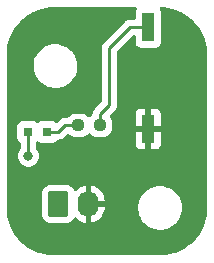
<source format=gbr>
%TF.GenerationSoftware,KiCad,Pcbnew,7.0.7*%
%TF.CreationDate,2023-09-06T19:49:04-05:00*%
%TF.ProjectId,prog1,70726f67-312e-46b6-9963-61645f706362,1.0*%
%TF.SameCoordinates,Original*%
%TF.FileFunction,Copper,L1,Top*%
%TF.FilePolarity,Positive*%
%FSLAX46Y46*%
G04 Gerber Fmt 4.6, Leading zero omitted, Abs format (unit mm)*
G04 Created by KiCad (PCBNEW 7.0.7) date 2023-09-06 19:49:04*
%MOMM*%
%LPD*%
G01*
G04 APERTURE LIST*
G04 Aperture macros list*
%AMRoundRect*
0 Rectangle with rounded corners*
0 $1 Rounding radius*
0 $2 $3 $4 $5 $6 $7 $8 $9 X,Y pos of 4 corners*
0 Add a 4 corners polygon primitive as box body*
4,1,4,$2,$3,$4,$5,$6,$7,$8,$9,$2,$3,0*
0 Add four circle primitives for the rounded corners*
1,1,$1+$1,$2,$3*
1,1,$1+$1,$4,$5*
1,1,$1+$1,$6,$7*
1,1,$1+$1,$8,$9*
0 Add four rect primitives between the rounded corners*
20,1,$1+$1,$2,$3,$4,$5,0*
20,1,$1+$1,$4,$5,$6,$7,0*
20,1,$1+$1,$6,$7,$8,$9,0*
20,1,$1+$1,$8,$9,$2,$3,0*%
G04 Aperture macros list end*
%TA.AperFunction,SMDPad,CuDef*%
%ADD10R,1.120000X2.440000*%
%TD*%
%TA.AperFunction,SMDPad,CuDef*%
%ADD11RoundRect,0.237500X0.250000X0.237500X-0.250000X0.237500X-0.250000X-0.237500X0.250000X-0.237500X0*%
%TD*%
%TA.AperFunction,ComponentPad*%
%ADD12O,1.740000X2.190000*%
%TD*%
%TA.AperFunction,ComponentPad*%
%ADD13RoundRect,0.250000X-0.620000X-0.845000X0.620000X-0.845000X0.620000X0.845000X-0.620000X0.845000X0*%
%TD*%
%TA.AperFunction,SMDPad,CuDef*%
%ADD14R,0.800000X0.800000*%
%TD*%
%TA.AperFunction,ViaPad*%
%ADD15C,0.800000*%
%TD*%
%TA.AperFunction,Conductor*%
%ADD16C,0.250000*%
%TD*%
G04 APERTURE END LIST*
D10*
%TO.P,SW1,1,1*%
%TO.N,+3V3*%
X112000000Y-99305000D03*
%TO.P,SW1,2,2*%
%TO.N,Net-(R1-Pad1)*%
X112000000Y-90695000D03*
%TD*%
D11*
%TO.P,R1,2*%
%TO.N,Net-(D1-A)*%
X106087500Y-99000000D03*
%TO.P,R1,1*%
%TO.N,Net-(R1-Pad1)*%
X107912500Y-99000000D03*
%TD*%
D12*
%TO.P,J1,2,Pin_2*%
%TO.N,+3V3*%
X106934000Y-105664000D03*
D13*
%TO.P,J1,1,Pin_1*%
%TO.N,GND*%
X104394000Y-105664000D03*
%TD*%
D14*
%TO.P,D1,1,K*%
%TO.N,GND*%
X101816000Y-99568000D03*
%TO.P,D1,2,A*%
%TO.N,Net-(D1-A)*%
X103416000Y-99568000D03*
%TD*%
D15*
%TO.N,GND*%
X101854000Y-101600000D03*
%TD*%
D16*
%TO.N,GND*%
X101816000Y-99568000D02*
X101816000Y-101562000D01*
X101816000Y-101562000D02*
X101854000Y-101600000D01*
%TO.N,Net-(D1-A)*%
X106087500Y-99000000D02*
X104962000Y-99000000D01*
X104962000Y-99000000D02*
X104394000Y-99568000D01*
X104394000Y-99568000D02*
X103416000Y-99568000D01*
%TO.N,Net-(R1-Pad1)*%
X112000000Y-90695000D02*
X110473000Y-90695000D01*
X110473000Y-90695000D02*
X108712000Y-92456000D01*
X108712000Y-92456000D02*
X108712000Y-97282000D01*
X108712000Y-97282000D02*
X107912500Y-98081500D01*
X107912500Y-98081500D02*
X107912500Y-99000000D01*
%TD*%
%TA.AperFunction,Conductor*%
%TO.N,+3V3*%
G36*
X110979330Y-89020185D02*
G01*
X111025085Y-89072989D01*
X111035029Y-89142147D01*
X111011557Y-89198811D01*
X110989112Y-89228792D01*
X110989111Y-89228793D01*
X110938011Y-89365795D01*
X110938011Y-89365797D01*
X110931500Y-89426345D01*
X110931500Y-89937500D01*
X110911815Y-90004539D01*
X110859011Y-90050294D01*
X110807500Y-90061500D01*
X110556634Y-90061500D01*
X110540886Y-90059761D01*
X110540861Y-90060032D01*
X110533094Y-90059298D01*
X110533091Y-90059298D01*
X110463042Y-90061500D01*
X110433137Y-90061500D01*
X110426143Y-90062384D01*
X110420320Y-90062842D01*
X110373112Y-90064326D01*
X110373109Y-90064327D01*
X110353506Y-90070022D01*
X110334458Y-90073966D01*
X110314203Y-90076526D01*
X110298347Y-90082803D01*
X110270285Y-90093913D01*
X110264759Y-90095805D01*
X110219407Y-90108981D01*
X110201833Y-90119374D01*
X110184372Y-90127928D01*
X110165386Y-90135446D01*
X110165384Y-90135447D01*
X110127172Y-90163208D01*
X110122290Y-90166415D01*
X110081637Y-90190457D01*
X110067201Y-90204894D01*
X110052415Y-90217523D01*
X110035893Y-90229528D01*
X110035891Y-90229529D01*
X110035891Y-90229530D01*
X110035888Y-90229532D01*
X110005780Y-90265925D01*
X110001849Y-90270246D01*
X108323179Y-91948914D01*
X108310820Y-91958818D01*
X108310993Y-91959027D01*
X108304983Y-91963999D01*
X108257015Y-92015079D01*
X108235872Y-92036222D01*
X108235857Y-92036239D01*
X108231531Y-92041814D01*
X108227747Y-92046244D01*
X108195419Y-92080671D01*
X108195412Y-92080681D01*
X108185579Y-92098567D01*
X108174903Y-92114820D01*
X108162386Y-92130957D01*
X108162385Y-92130959D01*
X108143625Y-92174310D01*
X108141055Y-92179556D01*
X108118303Y-92220941D01*
X108118303Y-92220942D01*
X108113225Y-92240720D01*
X108106925Y-92259122D01*
X108098818Y-92277857D01*
X108091431Y-92324495D01*
X108090246Y-92330216D01*
X108078500Y-92375965D01*
X108078500Y-92396384D01*
X108076973Y-92415783D01*
X108073780Y-92435941D01*
X108073780Y-92435942D01*
X108078225Y-92482966D01*
X108078500Y-92488804D01*
X108078500Y-96968232D01*
X108058815Y-97035271D01*
X108042181Y-97055913D01*
X107523682Y-97574412D01*
X107511320Y-97584316D01*
X107511494Y-97584526D01*
X107505485Y-97589497D01*
X107457515Y-97640579D01*
X107436372Y-97661722D01*
X107436357Y-97661739D01*
X107432031Y-97667314D01*
X107428247Y-97671744D01*
X107395919Y-97706171D01*
X107395912Y-97706181D01*
X107386079Y-97724067D01*
X107375403Y-97740320D01*
X107362886Y-97756457D01*
X107362885Y-97756459D01*
X107344125Y-97799810D01*
X107341555Y-97805056D01*
X107318803Y-97846441D01*
X107318803Y-97846442D01*
X107313725Y-97866220D01*
X107307425Y-97884622D01*
X107299318Y-97903357D01*
X107291931Y-97949995D01*
X107290746Y-97955716D01*
X107279000Y-98001465D01*
X107279000Y-98021884D01*
X107277473Y-98041283D01*
X107273059Y-98069150D01*
X107271434Y-98068892D01*
X107252534Y-98126483D01*
X107215486Y-98161725D01*
X107196653Y-98173342D01*
X107087680Y-98282315D01*
X107026357Y-98315799D01*
X106956665Y-98310815D01*
X106912318Y-98282314D01*
X106803346Y-98173342D01*
X106803342Y-98173339D01*
X106654928Y-98081795D01*
X106654922Y-98081792D01*
X106654920Y-98081791D01*
X106615993Y-98068892D01*
X106489382Y-98026938D01*
X106387214Y-98016500D01*
X105787794Y-98016500D01*
X105787778Y-98016501D01*
X105685617Y-98026938D01*
X105520082Y-98081790D01*
X105520071Y-98081795D01*
X105371657Y-98173339D01*
X105371653Y-98173342D01*
X105248341Y-98296654D01*
X105241593Y-98307596D01*
X105189646Y-98354321D01*
X105136054Y-98366500D01*
X105045634Y-98366500D01*
X105029886Y-98364761D01*
X105029861Y-98365032D01*
X105022094Y-98364298D01*
X105022091Y-98364298D01*
X104952042Y-98366500D01*
X104922137Y-98366500D01*
X104915143Y-98367384D01*
X104909320Y-98367842D01*
X104862111Y-98369326D01*
X104862108Y-98369327D01*
X104842505Y-98375022D01*
X104823459Y-98378966D01*
X104803203Y-98381526D01*
X104803201Y-98381526D01*
X104803199Y-98381527D01*
X104759282Y-98398914D01*
X104753756Y-98400806D01*
X104708406Y-98413982D01*
X104690833Y-98424374D01*
X104673370Y-98432929D01*
X104654385Y-98440446D01*
X104654383Y-98440447D01*
X104616179Y-98468204D01*
X104611296Y-98471412D01*
X104570637Y-98495458D01*
X104556196Y-98509898D01*
X104541408Y-98522527D01*
X104524897Y-98534523D01*
X104524892Y-98534528D01*
X104494790Y-98570914D01*
X104490858Y-98575236D01*
X104302185Y-98763908D01*
X104240862Y-98797393D01*
X104171170Y-98792409D01*
X104140193Y-98775493D01*
X104062207Y-98717112D01*
X104062206Y-98717111D01*
X103925203Y-98666011D01*
X103864654Y-98659500D01*
X103864638Y-98659500D01*
X102967362Y-98659500D01*
X102967345Y-98659500D01*
X102906797Y-98666011D01*
X102906795Y-98666011D01*
X102769795Y-98717111D01*
X102690311Y-98776613D01*
X102624846Y-98801030D01*
X102556573Y-98786178D01*
X102541689Y-98776613D01*
X102462204Y-98717111D01*
X102325203Y-98666011D01*
X102264654Y-98659500D01*
X102264638Y-98659500D01*
X101367362Y-98659500D01*
X101367345Y-98659500D01*
X101306797Y-98666011D01*
X101306795Y-98666011D01*
X101169795Y-98717111D01*
X101052739Y-98804739D01*
X100965111Y-98921795D01*
X100914011Y-99058795D01*
X100914011Y-99058797D01*
X100907500Y-99119345D01*
X100907500Y-100016654D01*
X100914011Y-100077202D01*
X100914011Y-100077204D01*
X100960373Y-100201500D01*
X100965111Y-100214204D01*
X101052739Y-100331261D01*
X101132810Y-100391202D01*
X101174682Y-100447134D01*
X101182500Y-100490468D01*
X101182500Y-100940446D01*
X101162815Y-101007485D01*
X101150650Y-101023418D01*
X101114959Y-101063057D01*
X101019473Y-101228443D01*
X101019470Y-101228450D01*
X100960459Y-101410068D01*
X100960458Y-101410072D01*
X100940496Y-101600000D01*
X100960458Y-101789928D01*
X100960459Y-101789931D01*
X101019470Y-101971549D01*
X101019473Y-101971556D01*
X101114960Y-102136944D01*
X101242747Y-102278866D01*
X101397248Y-102391118D01*
X101571712Y-102468794D01*
X101758513Y-102508500D01*
X101949487Y-102508500D01*
X102136288Y-102468794D01*
X102310752Y-102391118D01*
X102465253Y-102278866D01*
X102593040Y-102136944D01*
X102688527Y-101971556D01*
X102747542Y-101789928D01*
X102767504Y-101600000D01*
X102747542Y-101410072D01*
X102688527Y-101228444D01*
X102593040Y-101063056D01*
X102507770Y-100968354D01*
X102481350Y-100939011D01*
X102451120Y-100876019D01*
X102449500Y-100856039D01*
X102449500Y-100490468D01*
X102469185Y-100423429D01*
X102499189Y-100391202D01*
X102541690Y-100359386D01*
X102607152Y-100334969D01*
X102675425Y-100349820D01*
X102690306Y-100359383D01*
X102769796Y-100418889D01*
X102906799Y-100469989D01*
X102934050Y-100472918D01*
X102967345Y-100476499D01*
X102967362Y-100476500D01*
X103864638Y-100476500D01*
X103864654Y-100476499D01*
X103891692Y-100473591D01*
X103925201Y-100469989D01*
X104062204Y-100418889D01*
X104179261Y-100331261D01*
X104237576Y-100253360D01*
X104293509Y-100211489D01*
X104332947Y-100203732D01*
X104333908Y-100203701D01*
X104333909Y-100203702D01*
X104403958Y-100201500D01*
X104433856Y-100201500D01*
X104433857Y-100201500D01*
X104435222Y-100201327D01*
X104440862Y-100200614D01*
X104446685Y-100200156D01*
X104472708Y-100199338D01*
X104493890Y-100198673D01*
X104503681Y-100195827D01*
X104513481Y-100192980D01*
X104532538Y-100189032D01*
X104552797Y-100186474D01*
X104596721Y-100169082D01*
X104602221Y-100167199D01*
X104647593Y-100154018D01*
X104665165Y-100143625D01*
X104682632Y-100135068D01*
X104701617Y-100127552D01*
X104739826Y-100099790D01*
X104744704Y-100096585D01*
X104785362Y-100072542D01*
X104799802Y-100058100D01*
X104814592Y-100045470D01*
X104831107Y-100033472D01*
X104861222Y-99997067D01*
X104865126Y-99992776D01*
X105113770Y-99744132D01*
X105175091Y-99710649D01*
X105244783Y-99715633D01*
X105289130Y-99744134D01*
X105371653Y-99826657D01*
X105371657Y-99826660D01*
X105520071Y-99918204D01*
X105520074Y-99918205D01*
X105520080Y-99918209D01*
X105685619Y-99973062D01*
X105787787Y-99983500D01*
X106387212Y-99983499D01*
X106489381Y-99973062D01*
X106654920Y-99918209D01*
X106803346Y-99826658D01*
X106912321Y-99717682D01*
X106973640Y-99684200D01*
X107043332Y-99689184D01*
X107087680Y-99717684D01*
X107196654Y-99826658D01*
X107196656Y-99826659D01*
X107196657Y-99826660D01*
X107345071Y-99918204D01*
X107345074Y-99918205D01*
X107345080Y-99918209D01*
X107510619Y-99973062D01*
X107612787Y-99983500D01*
X108212212Y-99983499D01*
X108314381Y-99973062D01*
X108479920Y-99918209D01*
X108628346Y-99826658D01*
X108751658Y-99703346D01*
X108843160Y-99555000D01*
X110940000Y-99555000D01*
X110940000Y-100572844D01*
X110946401Y-100632372D01*
X110946403Y-100632379D01*
X110996645Y-100767086D01*
X110996649Y-100767093D01*
X111082809Y-100882187D01*
X111082812Y-100882190D01*
X111197906Y-100968350D01*
X111197913Y-100968354D01*
X111332620Y-101018596D01*
X111332627Y-101018598D01*
X111392155Y-101024999D01*
X111392172Y-101025000D01*
X111750000Y-101025000D01*
X111750000Y-99555000D01*
X112250000Y-99555000D01*
X112250000Y-101025000D01*
X112607828Y-101025000D01*
X112607844Y-101024999D01*
X112667372Y-101018598D01*
X112667379Y-101018596D01*
X112802086Y-100968354D01*
X112802093Y-100968350D01*
X112917187Y-100882190D01*
X112917190Y-100882187D01*
X113003350Y-100767093D01*
X113003354Y-100767086D01*
X113053596Y-100632379D01*
X113053598Y-100632372D01*
X113059999Y-100572844D01*
X113060000Y-100572827D01*
X113060000Y-99555000D01*
X112250000Y-99555000D01*
X111750000Y-99555000D01*
X110940000Y-99555000D01*
X108843160Y-99555000D01*
X108843209Y-99554920D01*
X108898062Y-99389381D01*
X108908500Y-99287213D01*
X108908500Y-99055000D01*
X110940000Y-99055000D01*
X111750000Y-99055000D01*
X111750000Y-97585000D01*
X112250000Y-97585000D01*
X112250000Y-99055000D01*
X113060000Y-99055000D01*
X113060000Y-98037172D01*
X113059999Y-98037155D01*
X113053598Y-97977627D01*
X113053596Y-97977620D01*
X113003354Y-97842913D01*
X113003350Y-97842906D01*
X112917190Y-97727812D01*
X112917187Y-97727809D01*
X112802093Y-97641649D01*
X112802086Y-97641645D01*
X112667379Y-97591403D01*
X112667372Y-97591401D01*
X112607844Y-97585000D01*
X112250000Y-97585000D01*
X111750000Y-97585000D01*
X111392155Y-97585000D01*
X111332627Y-97591401D01*
X111332620Y-97591403D01*
X111197913Y-97641645D01*
X111197906Y-97641649D01*
X111082812Y-97727809D01*
X111082809Y-97727812D01*
X110996649Y-97842906D01*
X110996645Y-97842913D01*
X110946403Y-97977620D01*
X110946401Y-97977627D01*
X110940000Y-98037155D01*
X110940000Y-99055000D01*
X108908500Y-99055000D01*
X108908499Y-98712788D01*
X108898062Y-98610619D01*
X108843209Y-98445080D01*
X108843205Y-98445074D01*
X108843204Y-98445071D01*
X108751661Y-98296659D01*
X108751658Y-98296654D01*
X108751653Y-98296649D01*
X108750153Y-98294751D01*
X108749525Y-98293196D01*
X108747867Y-98290507D01*
X108748326Y-98290223D01*
X108724015Y-98229954D01*
X108737057Y-98161313D01*
X108759738Y-98130164D01*
X109100813Y-97789089D01*
X109113177Y-97779186D01*
X109113003Y-97778976D01*
X109119015Y-97774002D01*
X109119015Y-97774001D01*
X109119018Y-97774000D01*
X109166984Y-97722920D01*
X109188135Y-97701770D01*
X109192461Y-97696192D01*
X109196250Y-97691755D01*
X109228586Y-97657321D01*
X109238419Y-97639432D01*
X109249102Y-97623169D01*
X109261614Y-97607041D01*
X109280371Y-97563691D01*
X109282941Y-97558447D01*
X109305693Y-97517064D01*
X109305693Y-97517063D01*
X109305695Y-97517060D01*
X109310774Y-97497273D01*
X109317070Y-97478885D01*
X109325181Y-97460145D01*
X109332569Y-97413497D01*
X109333751Y-97407786D01*
X109345500Y-97362030D01*
X109345499Y-97341617D01*
X109347027Y-97322213D01*
X109350219Y-97302061D01*
X109350220Y-97302057D01*
X109345772Y-97255011D01*
X109345500Y-97249217D01*
X109345500Y-92769765D01*
X109365185Y-92702727D01*
X109381819Y-92682085D01*
X110699086Y-91364819D01*
X110760409Y-91331334D01*
X110786767Y-91328500D01*
X110807500Y-91328500D01*
X110874539Y-91348185D01*
X110920294Y-91400989D01*
X110931500Y-91452500D01*
X110931500Y-91963654D01*
X110938011Y-92024202D01*
X110938011Y-92024204D01*
X110959073Y-92080671D01*
X110989111Y-92161204D01*
X111076739Y-92278261D01*
X111193796Y-92365889D01*
X111301717Y-92406142D01*
X111327565Y-92415783D01*
X111330799Y-92416989D01*
X111358050Y-92419918D01*
X111391345Y-92423499D01*
X111391362Y-92423500D01*
X112608638Y-92423500D01*
X112608654Y-92423499D01*
X112635692Y-92420591D01*
X112669201Y-92416989D01*
X112672435Y-92415783D01*
X112683768Y-92411555D01*
X112806204Y-92365889D01*
X112923261Y-92278261D01*
X113010889Y-92161204D01*
X113061989Y-92024201D01*
X113065591Y-91990692D01*
X113068499Y-91963654D01*
X113068499Y-91963647D01*
X113068500Y-91963638D01*
X113068500Y-89426362D01*
X113068499Y-89426352D01*
X113068499Y-89426345D01*
X113065157Y-89395270D01*
X113061989Y-89365799D01*
X113051045Y-89336458D01*
X113032393Y-89286450D01*
X113010889Y-89228796D01*
X112991688Y-89203147D01*
X112967272Y-89137683D01*
X112982124Y-89069410D01*
X113031529Y-89020005D01*
X113096679Y-89004969D01*
X113172933Y-89008495D01*
X113372549Y-89018302D01*
X113378048Y-89018819D01*
X113563357Y-89044668D01*
X113749828Y-89072329D01*
X113754871Y-89073294D01*
X113939341Y-89116681D01*
X114120221Y-89161989D01*
X114124797Y-89163327D01*
X114305568Y-89223916D01*
X114480339Y-89286450D01*
X114484471Y-89288100D01*
X114542986Y-89313936D01*
X114659474Y-89365370D01*
X114826973Y-89444592D01*
X114830601Y-89446457D01*
X114998128Y-89539770D01*
X114998142Y-89539778D01*
X115156964Y-89634972D01*
X115160119Y-89636996D01*
X115318603Y-89745559D01*
X115467377Y-89855897D01*
X115470001Y-89857957D01*
X115618027Y-89980876D01*
X115755321Y-90105314D01*
X115757514Y-90107402D01*
X115892596Y-90242484D01*
X115894695Y-90244688D01*
X116019129Y-90381980D01*
X116142034Y-90529989D01*
X116144109Y-90532632D01*
X116254443Y-90681400D01*
X116363002Y-90839879D01*
X116365032Y-90843044D01*
X116460221Y-91001857D01*
X116553527Y-91169371D01*
X116555410Y-91173034D01*
X116634638Y-91340547D01*
X116711899Y-91515527D01*
X116713558Y-91519685D01*
X116776093Y-91694459D01*
X116836662Y-91875173D01*
X116838018Y-91879812D01*
X116883317Y-92060654D01*
X116926696Y-92245090D01*
X116927672Y-92250189D01*
X116955337Y-92436689D01*
X116981177Y-92621933D01*
X116981697Y-92627459D01*
X116991512Y-92827238D01*
X116999434Y-92998575D01*
X116999500Y-93001439D01*
X116999500Y-105998560D01*
X116999434Y-106001424D01*
X116991512Y-106172761D01*
X116981697Y-106372539D01*
X116981177Y-106378065D01*
X116955337Y-106563310D01*
X116927672Y-106749809D01*
X116926696Y-106754908D01*
X116883317Y-106939345D01*
X116838018Y-107120186D01*
X116836662Y-107124825D01*
X116776093Y-107305540D01*
X116713557Y-107480314D01*
X116711899Y-107484470D01*
X116634638Y-107659452D01*
X116555410Y-107826964D01*
X116553527Y-107830627D01*
X116460221Y-107998142D01*
X116365032Y-108156954D01*
X116363002Y-108160118D01*
X116254437Y-108318608D01*
X116144121Y-108467350D01*
X116142021Y-108470025D01*
X116019132Y-108618016D01*
X115894695Y-108755310D01*
X115892596Y-108757514D01*
X115757514Y-108892596D01*
X115755310Y-108894695D01*
X115618016Y-109019132D01*
X115470025Y-109142021D01*
X115467350Y-109144121D01*
X115318608Y-109254437D01*
X115160118Y-109363002D01*
X115156954Y-109365032D01*
X114998142Y-109460221D01*
X114830627Y-109553527D01*
X114826964Y-109555410D01*
X114659452Y-109634638D01*
X114484470Y-109711899D01*
X114480314Y-109713557D01*
X114305540Y-109776093D01*
X114124825Y-109836662D01*
X114120186Y-109838018D01*
X113939345Y-109883317D01*
X113754908Y-109926696D01*
X113749809Y-109927672D01*
X113563310Y-109955337D01*
X113378065Y-109981177D01*
X113372539Y-109981697D01*
X113172761Y-109991512D01*
X113001424Y-109999434D01*
X112998560Y-109999500D01*
X104001440Y-109999500D01*
X103998576Y-109999434D01*
X103827238Y-109991512D01*
X103627459Y-109981697D01*
X103621933Y-109981177D01*
X103436689Y-109955337D01*
X103250189Y-109927672D01*
X103245090Y-109926696D01*
X103060654Y-109883317D01*
X102879812Y-109838018D01*
X102875173Y-109836662D01*
X102694459Y-109776093D01*
X102519685Y-109713558D01*
X102515527Y-109711899D01*
X102340547Y-109634638D01*
X102173034Y-109555410D01*
X102169371Y-109553527D01*
X102001857Y-109460221D01*
X101843044Y-109365032D01*
X101839879Y-109363002D01*
X101730371Y-109287989D01*
X101681392Y-109254437D01*
X101532632Y-109144109D01*
X101529989Y-109142034D01*
X101381980Y-109019129D01*
X101244688Y-108894695D01*
X101242484Y-108892596D01*
X101107402Y-108757514D01*
X101105314Y-108755321D01*
X100980867Y-108618016D01*
X100857957Y-108470001D01*
X100855897Y-108467377D01*
X100745559Y-108318603D01*
X100636995Y-108160118D01*
X100634966Y-108156954D01*
X100539778Y-107998142D01*
X100512261Y-107948740D01*
X100446457Y-107830601D01*
X100444588Y-107826964D01*
X100420852Y-107776779D01*
X100365370Y-107659474D01*
X100288100Y-107484471D01*
X100286450Y-107480339D01*
X100223906Y-107305540D01*
X100163327Y-107124797D01*
X100161989Y-107120221D01*
X100116675Y-106939315D01*
X100073294Y-106754871D01*
X100072329Y-106749828D01*
X100044662Y-106563310D01*
X100044136Y-106559537D01*
X103015500Y-106559537D01*
X103015501Y-106559553D01*
X103026113Y-106663427D01*
X103081884Y-106831735D01*
X103081886Y-106831740D01*
X103092155Y-106848389D01*
X103174970Y-106982652D01*
X103300348Y-107108030D01*
X103451262Y-107201115D01*
X103619574Y-107256887D01*
X103723455Y-107267500D01*
X105064544Y-107267499D01*
X105168426Y-107256887D01*
X105336738Y-107201115D01*
X105487652Y-107108030D01*
X105613030Y-106982652D01*
X105706115Y-106831738D01*
X105706116Y-106831735D01*
X105709906Y-106825591D01*
X105710979Y-106826253D01*
X105752238Y-106779383D01*
X105819429Y-106760222D01*
X105886313Y-106780429D01*
X105907983Y-106798417D01*
X106025603Y-106921139D01*
X106025604Y-106921140D01*
X106213097Y-107059810D01*
X106421338Y-107164803D01*
X106644330Y-107233093D01*
X106644328Y-107233093D01*
X106683999Y-107238173D01*
X106684000Y-107238172D01*
X106684000Y-106372615D01*
X106703685Y-106305576D01*
X106756489Y-106259821D01*
X106824183Y-106249676D01*
X106895003Y-106259000D01*
X106895010Y-106259000D01*
X106972990Y-106259000D01*
X106972997Y-106259000D01*
X107043816Y-106249676D01*
X107112849Y-106260441D01*
X107165105Y-106306820D01*
X107184000Y-106372615D01*
X107184000Y-107236574D01*
X107336618Y-107203683D01*
X107336619Y-107203683D01*
X107553005Y-107116732D01*
X107751592Y-106994458D01*
X107926656Y-106840382D01*
X107926660Y-106840378D01*
X108073157Y-106658945D01*
X108073161Y-106658939D01*
X108186895Y-106455346D01*
X108264585Y-106235461D01*
X108264587Y-106235453D01*
X108293342Y-106067763D01*
X111145787Y-106067763D01*
X111175413Y-106337013D01*
X111175415Y-106337024D01*
X111233590Y-106559545D01*
X111243928Y-106599088D01*
X111349870Y-106848390D01*
X111478898Y-107059810D01*
X111490979Y-107079605D01*
X111490986Y-107079615D01*
X111664253Y-107287819D01*
X111664259Y-107287824D01*
X111769240Y-107381887D01*
X111865998Y-107468582D01*
X112091910Y-107618044D01*
X112337176Y-107733020D01*
X112337183Y-107733022D01*
X112337185Y-107733023D01*
X112596557Y-107811057D01*
X112596564Y-107811058D01*
X112596569Y-107811060D01*
X112864561Y-107850500D01*
X112864566Y-107850500D01*
X113067636Y-107850500D01*
X113119133Y-107846730D01*
X113270156Y-107835677D01*
X113382758Y-107810593D01*
X113534546Y-107776782D01*
X113534548Y-107776781D01*
X113534553Y-107776780D01*
X113787558Y-107680014D01*
X114023777Y-107547441D01*
X114238177Y-107381888D01*
X114426186Y-107186881D01*
X114583799Y-106966579D01*
X114680043Y-106779383D01*
X114707649Y-106725690D01*
X114707651Y-106725684D01*
X114707656Y-106725675D01*
X114795118Y-106469305D01*
X114844319Y-106202933D01*
X114854212Y-105932235D01*
X114824586Y-105662982D01*
X114756072Y-105400912D01*
X114650130Y-105151610D01*
X114509018Y-104920390D01*
X114419747Y-104813119D01*
X114335746Y-104712180D01*
X114335740Y-104712175D01*
X114134002Y-104531418D01*
X113908092Y-104381957D01*
X113829998Y-104345348D01*
X113662824Y-104266980D01*
X113662819Y-104266978D01*
X113662814Y-104266976D01*
X113403442Y-104188942D01*
X113403428Y-104188939D01*
X113287791Y-104171921D01*
X113135439Y-104149500D01*
X112932369Y-104149500D01*
X112932364Y-104149500D01*
X112729844Y-104164323D01*
X112729831Y-104164325D01*
X112465453Y-104223217D01*
X112465446Y-104223220D01*
X112212439Y-104319987D01*
X111976226Y-104452557D01*
X111761822Y-104618112D01*
X111573822Y-104813109D01*
X111573816Y-104813116D01*
X111416202Y-105033419D01*
X111416199Y-105033424D01*
X111292350Y-105274309D01*
X111292343Y-105274327D01*
X111204884Y-105530685D01*
X111204881Y-105530699D01*
X111155681Y-105797068D01*
X111155680Y-105797075D01*
X111145787Y-106067763D01*
X108293342Y-106067763D01*
X108303999Y-106005612D01*
X108304000Y-106005603D01*
X108304000Y-105914000D01*
X107642616Y-105914000D01*
X107575577Y-105894315D01*
X107529822Y-105841511D01*
X107519677Y-105773815D01*
X107534134Y-105664001D01*
X107534134Y-105663998D01*
X107519677Y-105554185D01*
X107530443Y-105485150D01*
X107576823Y-105432894D01*
X107642616Y-105414000D01*
X108304000Y-105414000D01*
X108304000Y-105380799D01*
X108289177Y-105206636D01*
X108230412Y-104980948D01*
X108134356Y-104768447D01*
X108134351Y-104768439D01*
X108003764Y-104575228D01*
X107842396Y-104406860D01*
X107842395Y-104406859D01*
X107654902Y-104268189D01*
X107446661Y-104163196D01*
X107223675Y-104094907D01*
X107223669Y-104094906D01*
X107184000Y-104089825D01*
X107184000Y-104955384D01*
X107164315Y-105022423D01*
X107111511Y-105068178D01*
X107043815Y-105078323D01*
X106973007Y-105069001D01*
X106973002Y-105069000D01*
X106972997Y-105069000D01*
X106895003Y-105069000D01*
X106894997Y-105069000D01*
X106894992Y-105069001D01*
X106824185Y-105078323D01*
X106755150Y-105067557D01*
X106702894Y-105021177D01*
X106684000Y-104955384D01*
X106684000Y-104091424D01*
X106683999Y-104091424D01*
X106531380Y-104124316D01*
X106531379Y-104124316D01*
X106314994Y-104211267D01*
X106116407Y-104333541D01*
X105941344Y-104487616D01*
X105914535Y-104520819D01*
X105857104Y-104560611D01*
X105787276Y-104563037D01*
X105727222Y-104527327D01*
X105710289Y-104502172D01*
X105709906Y-104502409D01*
X105706115Y-104496263D01*
X105706115Y-104496262D01*
X105613030Y-104345348D01*
X105487652Y-104219970D01*
X105336738Y-104126885D01*
X105328985Y-104124316D01*
X105168427Y-104071113D01*
X105064545Y-104060500D01*
X103723462Y-104060500D01*
X103723446Y-104060501D01*
X103619572Y-104071113D01*
X103451264Y-104126884D01*
X103451259Y-104126886D01*
X103300346Y-104219971D01*
X103174971Y-104345346D01*
X103081886Y-104496259D01*
X103081884Y-104496264D01*
X103026113Y-104664572D01*
X103015500Y-104768447D01*
X103015500Y-106559537D01*
X100044136Y-106559537D01*
X100018819Y-106378048D01*
X100018302Y-106372549D01*
X100008487Y-106172761D01*
X100002394Y-106040986D01*
X100000566Y-106001423D01*
X100000500Y-105998560D01*
X100000500Y-94047763D01*
X102285787Y-94047763D01*
X102315413Y-94317013D01*
X102315415Y-94317024D01*
X102383926Y-94579082D01*
X102383928Y-94579088D01*
X102489870Y-94828390D01*
X102561998Y-94946575D01*
X102630979Y-95059605D01*
X102630986Y-95059615D01*
X102804253Y-95267819D01*
X102804259Y-95267824D01*
X103005998Y-95448582D01*
X103231910Y-95598044D01*
X103477176Y-95713020D01*
X103477183Y-95713022D01*
X103477185Y-95713023D01*
X103736557Y-95791057D01*
X103736564Y-95791058D01*
X103736569Y-95791060D01*
X104004561Y-95830500D01*
X104004566Y-95830500D01*
X104207636Y-95830500D01*
X104259133Y-95826730D01*
X104410156Y-95815677D01*
X104522758Y-95790593D01*
X104674546Y-95756782D01*
X104674548Y-95756781D01*
X104674553Y-95756780D01*
X104927558Y-95660014D01*
X105163777Y-95527441D01*
X105378177Y-95361888D01*
X105566186Y-95166881D01*
X105723799Y-94946579D01*
X105797787Y-94802669D01*
X105847649Y-94705690D01*
X105847651Y-94705684D01*
X105847656Y-94705675D01*
X105935118Y-94449305D01*
X105984319Y-94182933D01*
X105994212Y-93912235D01*
X105964586Y-93642982D01*
X105896072Y-93380912D01*
X105790130Y-93131610D01*
X105649018Y-92900390D01*
X105588141Y-92827238D01*
X105475746Y-92692180D01*
X105475740Y-92692175D01*
X105274002Y-92511418D01*
X105048092Y-92361957D01*
X104980382Y-92330216D01*
X104802824Y-92246980D01*
X104802819Y-92246978D01*
X104802814Y-92246976D01*
X104543442Y-92168942D01*
X104543428Y-92168939D01*
X104427791Y-92151921D01*
X104275439Y-92129500D01*
X104072369Y-92129500D01*
X104072364Y-92129500D01*
X103869844Y-92144323D01*
X103869831Y-92144325D01*
X103605453Y-92203217D01*
X103605446Y-92203220D01*
X103352439Y-92299987D01*
X103116226Y-92432557D01*
X103116224Y-92432558D01*
X103116223Y-92432559D01*
X103053893Y-92480688D01*
X102901822Y-92598112D01*
X102713822Y-92793109D01*
X102713816Y-92793116D01*
X102556202Y-93013419D01*
X102556199Y-93013424D01*
X102432350Y-93254309D01*
X102432343Y-93254327D01*
X102344884Y-93510685D01*
X102344881Y-93510699D01*
X102295681Y-93777068D01*
X102295680Y-93777075D01*
X102285787Y-94047763D01*
X100000500Y-94047763D01*
X100000500Y-93001439D01*
X100000566Y-92998576D01*
X100008487Y-92827238D01*
X100010164Y-92793109D01*
X100018302Y-92627446D01*
X100018818Y-92621955D01*
X100044670Y-92436633D01*
X100045275Y-92432557D01*
X100072331Y-92250162D01*
X100073292Y-92245137D01*
X100116689Y-92060626D01*
X100161993Y-91879764D01*
X100163323Y-91875216D01*
X100223915Y-91694431D01*
X100286457Y-91519641D01*
X100288100Y-91515527D01*
X100365368Y-91340530D01*
X100444615Y-91172977D01*
X100446444Y-91169423D01*
X100539781Y-91001852D01*
X100634990Y-90843005D01*
X100636979Y-90839904D01*
X100745570Y-90681381D01*
X100855924Y-90532586D01*
X100857928Y-90530033D01*
X100980875Y-90381973D01*
X101105351Y-90244636D01*
X101107361Y-90242526D01*
X101242526Y-90107361D01*
X101244636Y-90105351D01*
X101381973Y-89980875D01*
X101530033Y-89857928D01*
X101532586Y-89855924D01*
X101681381Y-89745570D01*
X101839904Y-89636979D01*
X101843005Y-89634990D01*
X102001858Y-89539778D01*
X102169423Y-89446444D01*
X102172977Y-89444615D01*
X102340530Y-89365368D01*
X102515538Y-89288095D01*
X102519641Y-89286457D01*
X102694431Y-89223915D01*
X102875216Y-89163323D01*
X102879764Y-89161993D01*
X103060626Y-89116689D01*
X103245137Y-89073292D01*
X103250162Y-89072331D01*
X103436651Y-89044667D01*
X103621955Y-89018818D01*
X103627446Y-89018302D01*
X103826958Y-89008500D01*
X103968945Y-89001935D01*
X103998577Y-89000566D01*
X104001440Y-89000500D01*
X110912291Y-89000500D01*
X110979330Y-89020185D01*
G37*
%TD.AperFunction*%
%TD*%
M02*

</source>
